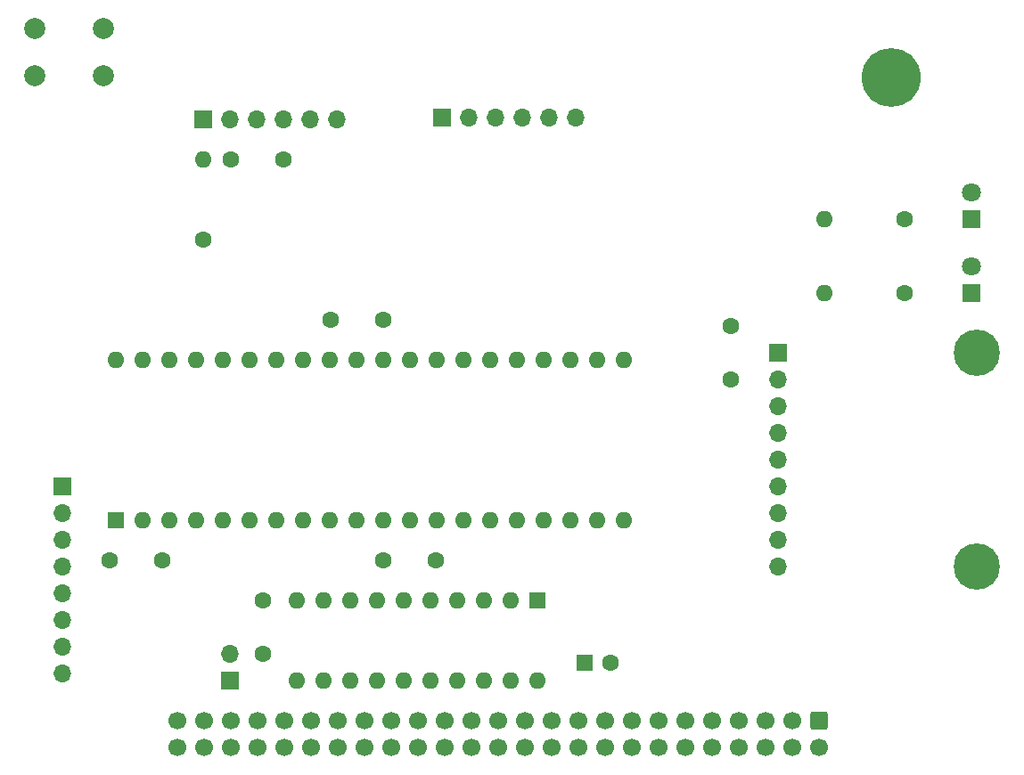
<source format=gbr>
%TF.GenerationSoftware,KiCad,Pcbnew,7.0.2*%
%TF.CreationDate,2023-05-07T14:31:41-07:00*%
%TF.ProjectId,z50-ssd,7a35302d-7373-4642-9e6b-696361645f70,rev?*%
%TF.SameCoordinates,Original*%
%TF.FileFunction,Soldermask,Top*%
%TF.FilePolarity,Negative*%
%FSLAX46Y46*%
G04 Gerber Fmt 4.6, Leading zero omitted, Abs format (unit mm)*
G04 Created by KiCad (PCBNEW 7.0.2) date 2023-05-07 14:31:41*
%MOMM*%
%LPD*%
G01*
G04 APERTURE LIST*
G04 Aperture macros list*
%AMRoundRect*
0 Rectangle with rounded corners*
0 $1 Rounding radius*
0 $2 $3 $4 $5 $6 $7 $8 $9 X,Y pos of 4 corners*
0 Add a 4 corners polygon primitive as box body*
4,1,4,$2,$3,$4,$5,$6,$7,$8,$9,$2,$3,0*
0 Add four circle primitives for the rounded corners*
1,1,$1+$1,$2,$3*
1,1,$1+$1,$4,$5*
1,1,$1+$1,$6,$7*
1,1,$1+$1,$8,$9*
0 Add four rect primitives between the rounded corners*
20,1,$1+$1,$2,$3,$4,$5,0*
20,1,$1+$1,$4,$5,$6,$7,0*
20,1,$1+$1,$6,$7,$8,$9,0*
20,1,$1+$1,$8,$9,$2,$3,0*%
G04 Aperture macros list end*
%ADD10C,1.600000*%
%ADD11O,1.600000X1.600000*%
%ADD12R,1.700000X1.700000*%
%ADD13O,1.700000X1.700000*%
%ADD14C,3.600000*%
%ADD15C,5.600000*%
%ADD16R,1.800000X1.800000*%
%ADD17C,1.800000*%
%ADD18C,4.400000*%
%ADD19R,1.600000X1.600000*%
%ADD20C,2.000000*%
%ADD21RoundRect,0.250000X-0.600000X0.600000X-0.600000X-0.600000X0.600000X-0.600000X0.600000X0.600000X0*%
%ADD22C,1.700000*%
G04 APERTURE END LIST*
D10*
%TO.C,R1*%
X50165000Y-73025000D03*
D11*
X50165000Y-65405000D03*
%TD*%
D10*
%TO.C,R2*%
X116840000Y-78105000D03*
D11*
X109220000Y-78105000D03*
%TD*%
D12*
%TO.C,J4*%
X36830000Y-96520000D03*
D13*
X36830000Y-99060000D03*
X36830000Y-101600000D03*
X36830000Y-104140000D03*
X36830000Y-106680000D03*
X36830000Y-109220000D03*
X36830000Y-111760000D03*
X36830000Y-114300000D03*
%TD*%
D10*
%TO.C,R3*%
X116840000Y-71120000D03*
D11*
X109220000Y-71120000D03*
%TD*%
D10*
%TO.C,C1*%
X55880000Y-112395000D03*
X55880000Y-107395000D03*
%TD*%
D14*
%TO.C,H1*%
X115570000Y-57695000D03*
D15*
X115570000Y-57695000D03*
%TD*%
D16*
%TO.C,D2*%
X123190000Y-71120000D03*
D17*
X123190000Y-68580000D03*
%TD*%
D12*
%TO.C,J2*%
X104775000Y-83820000D03*
D13*
X104775000Y-86360000D03*
X104775000Y-88900000D03*
X104775000Y-91440000D03*
X104775000Y-93980000D03*
X104775000Y-96520000D03*
X104775000Y-99060000D03*
X104775000Y-101600000D03*
X104775000Y-104140000D03*
%TD*%
D18*
%TO.C,H2*%
X123698000Y-83820000D03*
%TD*%
D10*
%TO.C,C2*%
X67310000Y-103505000D03*
X72310000Y-103505000D03*
%TD*%
D19*
%TO.C,U3*%
X81910000Y-107325000D03*
D11*
X79370000Y-107325000D03*
X76830000Y-107325000D03*
X74290000Y-107325000D03*
X71750000Y-107325000D03*
X69210000Y-107325000D03*
X66670000Y-107325000D03*
X64130000Y-107325000D03*
X61590000Y-107325000D03*
X59050000Y-107325000D03*
X59050000Y-114945000D03*
X61590000Y-114945000D03*
X64130000Y-114945000D03*
X66670000Y-114945000D03*
X69210000Y-114945000D03*
X71750000Y-114945000D03*
X74290000Y-114945000D03*
X76830000Y-114945000D03*
X79370000Y-114945000D03*
X81910000Y-114945000D03*
%TD*%
D12*
%TO.C,J1*%
X50165000Y-61595000D03*
D13*
X52705000Y-61595000D03*
X55245000Y-61595000D03*
X57785000Y-61595000D03*
X60325000Y-61595000D03*
X62865000Y-61595000D03*
%TD*%
D20*
%TO.C,SW1*%
X34215000Y-52995000D03*
X40715000Y-52995000D03*
X34215000Y-57495000D03*
X40715000Y-57495000D03*
%TD*%
D21*
%TO.C,U1*%
X108690000Y-118805000D03*
D22*
X108690000Y-121345000D03*
X106150000Y-118805000D03*
X106150000Y-121345000D03*
X103610000Y-118805000D03*
X103610000Y-121345000D03*
X101070000Y-118805000D03*
X101070000Y-121345000D03*
X98530000Y-118805000D03*
X98530000Y-121345000D03*
X95990000Y-118805000D03*
X95990000Y-121345000D03*
X93450000Y-118805000D03*
X93450000Y-121345000D03*
X90910000Y-118805000D03*
X90910000Y-121345000D03*
X88370000Y-118805000D03*
X88370000Y-121345000D03*
X85830000Y-118805000D03*
X85830000Y-121345000D03*
X83290000Y-118805000D03*
X83290000Y-121345000D03*
X80750000Y-118805000D03*
X80750000Y-121345000D03*
X78210000Y-118805000D03*
X78210000Y-121345000D03*
X75670000Y-118805000D03*
X75670000Y-121345000D03*
X73130000Y-118805000D03*
X73130000Y-121345000D03*
X70590000Y-118805000D03*
X70590000Y-121345000D03*
X68050000Y-118805000D03*
X68050000Y-121345000D03*
X65510000Y-118805000D03*
X65510000Y-121345000D03*
X62970000Y-118805000D03*
X62970000Y-121345000D03*
X60430000Y-118805000D03*
X60430000Y-121345000D03*
X57890000Y-118805000D03*
X57890000Y-121345000D03*
X55350000Y-118805000D03*
X55350000Y-121345000D03*
X52810000Y-118805000D03*
X52810000Y-121345000D03*
X50270000Y-118805000D03*
X50270000Y-121345000D03*
X47730000Y-118805000D03*
X47730000Y-121345000D03*
%TD*%
D19*
%TO.C,C7*%
X86400000Y-113284000D03*
D10*
X88900000Y-113284000D03*
%TD*%
D19*
%TO.C,U2*%
X41910000Y-99695000D03*
D11*
X44450000Y-99695000D03*
X46990000Y-99695000D03*
X49530000Y-99695000D03*
X52070000Y-99695000D03*
X54610000Y-99695000D03*
X57150000Y-99695000D03*
X59690000Y-99695000D03*
X62230000Y-99695000D03*
X64770000Y-99695000D03*
X67310000Y-99695000D03*
X69850000Y-99695000D03*
X72390000Y-99695000D03*
X74930000Y-99695000D03*
X77470000Y-99695000D03*
X80010000Y-99695000D03*
X82550000Y-99695000D03*
X85090000Y-99695000D03*
X87630000Y-99695000D03*
X90170000Y-99695000D03*
X90170000Y-84455000D03*
X87630000Y-84455000D03*
X85090000Y-84455000D03*
X82550000Y-84455000D03*
X80010000Y-84455000D03*
X77470000Y-84455000D03*
X74930000Y-84455000D03*
X72390000Y-84455000D03*
X69850000Y-84455000D03*
X67310000Y-84455000D03*
X64770000Y-84455000D03*
X62230000Y-84455000D03*
X59690000Y-84455000D03*
X57150000Y-84455000D03*
X54610000Y-84455000D03*
X52070000Y-84455000D03*
X49530000Y-84455000D03*
X46990000Y-84455000D03*
X44450000Y-84455000D03*
X41910000Y-84455000D03*
%TD*%
D10*
%TO.C,C6*%
X41315000Y-103505000D03*
X46315000Y-103505000D03*
%TD*%
D12*
%TO.C,JP1*%
X52705000Y-114940000D03*
D13*
X52705000Y-112400000D03*
%TD*%
D16*
%TO.C,D1*%
X123190000Y-78110000D03*
D17*
X123190000Y-75570000D03*
%TD*%
D10*
%TO.C,C4*%
X100330000Y-86320000D03*
X100330000Y-81320000D03*
%TD*%
D18*
%TO.C,H3*%
X123698000Y-104140000D03*
%TD*%
D10*
%TO.C,C3*%
X62270000Y-80645000D03*
X67270000Y-80645000D03*
%TD*%
D12*
%TO.C,J3*%
X72898000Y-61468000D03*
D13*
X75438000Y-61468000D03*
X77978000Y-61468000D03*
X80518000Y-61468000D03*
X83058000Y-61468000D03*
X85598000Y-61468000D03*
%TD*%
D10*
%TO.C,C5*%
X52785000Y-65405000D03*
X57785000Y-65405000D03*
%TD*%
M02*

</source>
